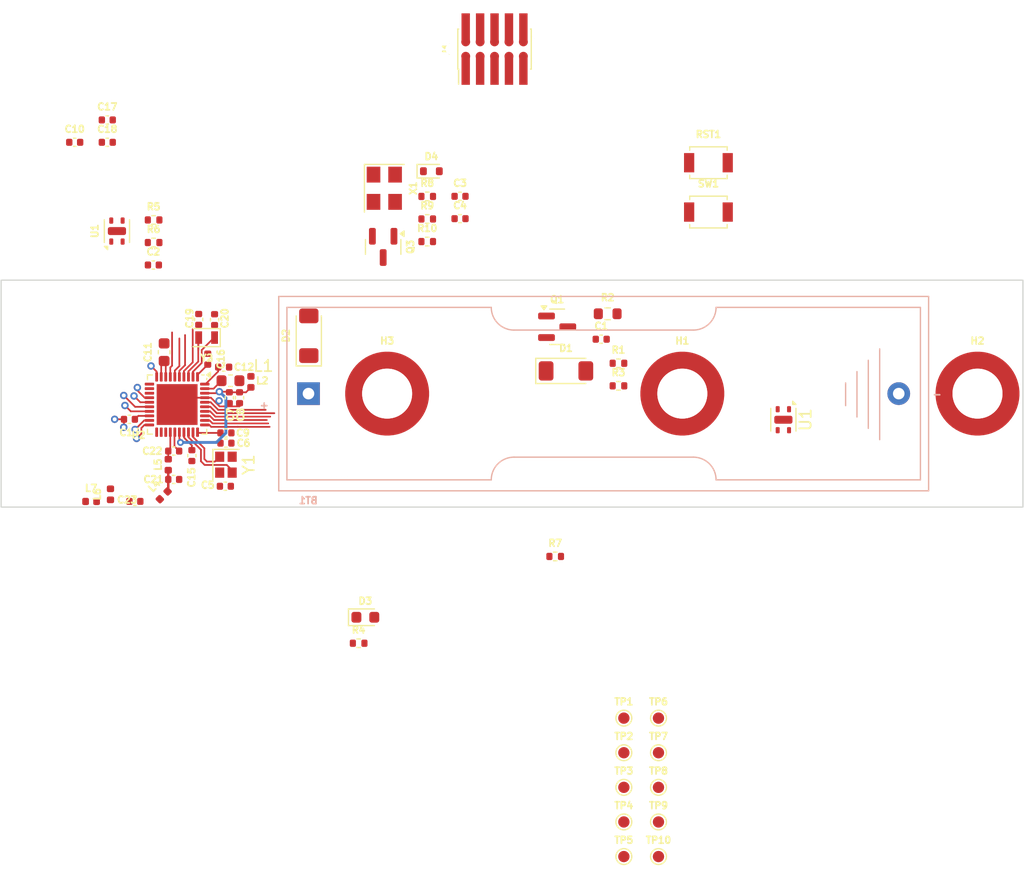
<source format=kicad_pcb>
(kicad_pcb (version 20240108) (generator "pcbnew") (generator_version "8.0")
  (title_block (title "Soilsense") (date "2024-08-08") (rev "v2.0.0"))
  (layers (0 "F.Cu" signal) (1 "In1.Cu" signal) (2 "In2.Cu" signal) (31 "B.Cu" signal) (34 "B.Paste" user) (35 "F.Paste" user) (36 "B.SilkS" user "B.Silkscreen") (37 "F.SilkS" user "F.Silkscreen") (38 "B.Mask" user) (39 "F.Mask" user) (44 "Edge.Cuts" user))
  (net 0 "")
  (net 1 "GND")
  (net 2 "+3V6")
  (net 3 "SENS_OUT")
  (net 4 "Net-(Q3-S)")
  (net 5 "SENS_OUT_HF")
  (net 6 "Net-(U2-XC1)")
  (net 7 "Net-(U2-XC2)")
  (net 8 "DEC_6")
  (net 9 "Net-(U2-DEC3)")
  (net 10 "Net-(U2-DEC1)")
  (net 11 "Net-(U2-NFC1{slash}P0.09)")
  (net 12 "Net-(U2-NFC2{slash}P0.10)")
  (net 13 "Net-(U2-XL2{slash}P0.01)")
  (net 14 "Net-(U2-XL1{slash}P0.00)")
  (net 15 "Net-(C21-Pad1)")
  (net 16 "Net-(U2-ANT)")
  (net 17 "Net-(C23-Pad1)")
  (net 18 "Net-(C23-Pad2)")
  (net 19 "CPARA")
  (net 20 "Net-(D3-A)")
  (net 21 "Net-(D4-A)")
  (net 22 "SWDIO")
  (net 23 "~{RESET}")
  (net 24 "SWO")
  (net 25 "SWDCLK")
  (net 26 "Net-(L1-Pad1)")
  (net 27 "Net-(U2-DCC)")
  (net 28 "Net-(AE1-A)")
  (net 29 "Net-(Q1-B)")
  (net 30 "HF_OSC")
  (net 31 "PWM")
  (net 32 "LED")
  (net 33 "SDA")
  (net 34 "SCL")
  (net 35 "PHOTO_OUT")
  (net 36 "Net-(X1-OUT)")
  (net 37 "1.09")
  (net 38 "RST")
  (net 39 "UART_RX")
  (net 40 "UART_TX")
  (net 44 "BTN1")
  (net 45 "PHOTO_V")
  (footprint "TestPoint:TestPoint_Pad_D1.0mm" (layer "F.Cu") (at 116.85 85.7)
    (property "Reference" "TP3")
    (property "Value" "IO")
    (property "VALUE" "" (hide yes))
  )
  (footprint "Inductor_SMD:L_0402_1005Metric" (layer "F.Cu") (at 76.32 59.9625 45)
    (property "Reference" "L4")
    (property "Value" "2.2nH")
    (property "VALUE" "" (hide yes))
  )
  (footprint "Diode_SMD:D_MiniMELF" (layer "F.Cu") (at 89.1 45.9 90)
    (property "Reference" "D2")
    (property "Value" "LL4148")
    (property "VALUE" "" (hide yes))
  )
  (footprint "Capacitor_SMD:C_0603_1608Metric" (layer "F.Cu") (at 76.355823 47.349829 90)
    (property "Reference" "C11")
    (property "Value" "4.7uF")
    (property "VALUE" "" (hide yes))
  )
  (footprint "Crystal:Crystal_SMD_2012-2Pin_2.0x1.2mm" (layer "F.Cu") (at 80.1 46.0625 180)
    (property "Reference" "Y2")
    (property "Value" "32.768kHz")
    (property "VALUE" "" (hide yes))
  )
  (footprint "Inductor_SMD:L_0402_1005Metric" (layer "F.Cu") (at 71.630465 59.874862 90)
    (property "Reference" "L6")
    (property "Value" "1.6nH")
    (property "VALUE" "" (hide yes))
  )
  (footprint "Package_TO_SOT_SMD:SOT-23" (layer "F.Cu") (at 95.65 38.07 -90)
    (property "Reference" "Q3")
    (property "Value" "IRLML6401")
    (property "VALUE" "" (hide yes))
  )
  (footprint "Resistor_SMD:R_0603_1608Metric" (layer "F.Cu") (at 115.425 43.965)
    (property "Reference" "R2")
    (property "Value" "10k")
    (property "VALUE" "" (hide yes))
  )
  (footprint "Capacitor_SMD:C_0402_1005Metric" (layer "F.Cu") (at 81.6 48.6625 180)
    (property "Reference" "C12")
    (property "Value" "1uF")
    (property "VALUE" "" (hide yes))
  )
  (footprint "Sensor_Humidity:Sensirion_DFN-4-1EP_2x2mm_P1mm_EP0.7x1.6mm" (layer "F.Cu") (at 130.9 53.3 -90)
    (property "Reference" "U1")
    (property "Value" "SHTC3")
    (property "VALUE" "" (hide yes))
  )
  (footprint "Capacitor_SMD:C_0402_1005Metric" (layer "F.Cu") (at 114.855 46.205)
    (property "Reference" "C1")
    (property "Value" "1n")
    (property "VALUE" "" (hide yes))
  )
  (footprint "Mounting_Wuerth:Mounting_Wuerth_WA-SMSI-M3_H2.5mm_9774025360" (layer "F.Cu") (at 148 51)
    (property "Reference" "H2")
    (property "Value" "9774025360R")
    (property "VALUE" "" (hide yes))
  )
  (footprint "Capacitor_SMD:C_0402_1005Metric" (layer "F.Cu") (at 82.1 51.3625 90)
    (property "Reference" "C7")
    (property "Value" "47nF")
    (property "VALUE" "" (hide yes))
  )
  (footprint "Capacitor_SMD:C_0402_1005Metric" (layer "F.Cu") (at 102.42 33.61)
    (property "Reference" "C3")
    (property "Value" "100n")
    (property "VALUE" "" (hide yes))
  )
  (footprint "Resistor_SMD:R_0402_1005Metric" (layer "F.Cu") (at 75.43 35.695)
    (property "Reference" "R5")
    (property "Value" "10k")
    (property "VALUE" "" (hide yes))
  )
  (footprint "Resistor_SMD:R_0402_1005Metric" (layer "F.Cu") (at 116.375 50.315)
    (property "Reference" "R3")
    (property "Value" "1M")
    (property "VALUE" "" (hide yes))
  )
  (footprint "TestPoint:TestPoint_Pad_D1.0mm" (layer "F.Cu") (at 116.85 88.75)
    (property "Reference" "TP4")
    (property "Value" "CLK")
    (property "VALUE" "" (hide yes))
  )
  (footprint "Capacitor_SMD:C_0402_1005Metric" (layer "F.Cu") (at 81.8 55.3625 180)
    (property "Reference" "C6")
    (property "Value" "12pF")
    (property "VALUE" "" (hide yes))
  )
  (footprint "Diode_SMD:D_SOD-523" (layer "F.Cu") (at 99.895 31.4)
    (property "Reference" "D4")
    (property "Value" "CDSU101A")
    (property "VALUE" "" (hide yes))
  )
  (footprint "Inductor_SMD:L_0402_1005Metric" (layer "F.Cu") (at 84 49.9625 90)
    (property "Reference" "L2")
    (property "Value" "15nH")
    (property "VALUE" "" (hide yes))
  )
  (footprint "Capacitor_SMD:C_0402_1005Metric" (layer "F.Cu") (at 73.780016 60.5)
    (property "Reference" "C23")
    (property "Value" "1.2pF")
    (property "VALUE" "" (hide yes))
  )
  (footprint "esprelay:SEXY_pinpogo" (layer "F.Cu") (at 105.46 20.635 90)
    (property "Reference" "J1")
    (property "Value" "JLINK")
  )
  (footprint "TestPoint:TestPoint_Pad_D1.0mm" (layer "F.Cu") (at 119.9 88.75)
    (property "Reference" "TP9")
    (property "Value" "RX")
    (property "VALUE" "" (hide yes))
  )
  (footprint "Package_TO_SOT_SMD:SOT-23" (layer "F.Cu") (at 110.975 45.11)
    (property "Reference" "Q1")
    (property "Value" "MMBT3906")
    (property "VALUE" "" (hide yes))
  )
  (footprint "Capacitor_SMD:C_0402_1005Metric" (layer "F.Cu") (at 78.8 56.4625 90)
    (property "Reference" "C15")
    (property "Value" "100pF")
    (property "VALUE" "" (hide yes))
  )
  (footprint "Capacitor_SMD:C_0402_1005Metric" (layer "F.Cu") (at 79.4 44.4625 -90)
    (property "Reference" "C19")
    (property "Value" "12pF")
    (property "VALUE" "" (hide yes))
  )
  (footprint "Resistor_SMD:R_0402_1005Metric" (layer "F.Cu") (at 93.49 73)
    (property "Reference" "R4")
    (property "Value" "1k")
    (property "VALUE" "" (hide yes))
  )
  (footprint "Oscillator:Oscillator_SMD_SeikoEpson_SG8002CE-4Pin_3.2x2.5mm" (layer "F.Cu") (at 95.75 32.9 -90)
    (property "Reference" "X1")
    (property "Value" "KC3225K75.0000C1GE00")
    (property "VALUE" "" (hide yes))
  )
  (footprint "Capacitor_SMD:C_0402_1005Metric" (layer "F.Cu") (at 81.8 54.4625)
    (property "Reference" "C9")
    (property "Value" "100n")
    (property "VALUE" "" (hide yes))
  )
  (footprint "Sensor_Humidity:Sensirion_DFN-4-1EP_2x2mm_P1mm_EP0.7x1.6mm" (layer "F.Cu") (at 72.2 36.675 90)
    (property "Reference" "U1")
    (property "Value" "SHTC3")
    (property "VALUE" "" (hide yes))
  )
  (footprint "Mounting_Wuerth:Mounting_Wuerth_WA-SMSI-M3_H2.5mm_9774025360" (layer "F.Cu") (at 122 51)
    (property "Reference" "H1")
    (property "Value" "9774025360R")
    (property "VALUE" "" (hide yes))
  )
  (footprint "Inductor_SMD:L_0402_1005Metric" (layer "F.Cu") (at 76.72 57.2625 90)
    (property "Reference" "L5")
    (property "Value" "4.7nH")
    (property "VALUE" "" (hide yes))
  )
  (footprint "Inductor_SMD:L_0402_1005Metric" (layer "F.Cu") (at 69.923359 60.505327)
    (property "Reference" "L7")
    (property "Value" "3.6nH")
    (property "VALUE" "" (hide yes))
  )
  (footprint "Capacitor_SMD:C_0402_1005Metric" (layer "F.Cu") (at 71.35 26.88)
    (property "Reference" "C17")
    (property "Value" "NC")
    (property "VALUE" "" (hide yes))
  )
  (footprint "Capacitor_SMD:C_0402_1005Metric" (layer "F.Cu") (at 71.35 28.85)
    (property "Reference" "C18")
    (property "Value" "NC")
    (property "VALUE" "" (hide yes))
  )
  (footprint "Package_DFN_QFN:QFN-40-1EP_5x5mm_P0.4mm_EP3.6x3.6mm" (layer "F.Cu") (at 77.5 51.9625 -90)
    (property "Reference" "U2")
    (property "Value" "nRF52833_QDxx")
    (property "VALUE" "" (hide yes))
  )
  (footprint "Capacitor_SMD:C_0402_1005Metric" (layer "F.Cu") (at 83 51.3625 90)
    (property "Reference" "C8")
    (property "Value" "1uF")
    (property "VALUE" "" (hide yes))
  )
  (footprint "Button_Switch_SMD:SW_SPST_B3U-1000P-B" (layer "F.Cu") (at 124.3 30.65)
    (property "Reference" "RST1")
    (property "Value" "B3U-1000P")
    (property "VALUE" "" (hide yes))
  )
  (footprint "TestPoint:TestPoint_Pad_D1.0mm" (layer "F.Cu") (at 116.85 82.65)
    (property "Reference" "TP2")
    (property "Value" "VCC")
    (property "VALUE" "" (hide yes))
  )
  (footprint "Button_Switch_SMD:SW_SPST_B3U-1000P-B" (layer "F.Cu") (at 124.3 35)
    (property "Reference" "SW1")
    (property "Value" "B3U-1000P")
    (property "VALUE" "" (hide yes))
  )
  (footprint "Resistor_SMD:R_0402_1005Metric" (layer "F.Cu") (at 116.375 48.325)
    (property "Reference" "R1")
    (property "Value" "10k")
    (property "VALUE" "" (hide yes))
  )
  (footprint "TestPoint:TestPoint_Pad_D1.0mm" (layer "F.Cu") (at 116.85 79.6)
    (property "Reference" "TP1")
    (property "Value" "1.09")
    (property "VALUE" "" (hide yes))
  )
  (footprint "Capacitor_SMD:C_0402_1005Metric" (layer "F.Cu") (at 73.3 53.2625 180)
    (property "Reference" "C13")
    (property "Value" "100n")
    (property "VALUE" "" (hide yes))
  )
  (footprint "TestPoint:TestPoint_Pad_D1.0mm" (layer "F.Cu") (at 119.9 91.8)
    (property "Reference" "TP10")
    (property "Value" "TX")
    (property "VALUE" "" (hide yes))
  )
  (footprint "Capacitor_SMD:C_0402_1005Metric" (layer "F.Cu") (at 102.42 35.58)
    (property "Reference" "C4")
    (property "Value" "1n")
    (property "VALUE" "" (hide yes))
  )
  (footprint "Capacitor_SMD:C_0402_1005Metric" (layer "F.Cu") (at 77.2 56.0625)
    (property "Reference" "C22")
    (property "Value" "1.0pF")
    (property "VALUE" "" (hide yes))
  )
  (footprint "Resistor_SMD:R_0402_1005Metric" (layer "F.Cu") (at 75.43 37.685)
    (property "Reference" "R6")
    (property "Value" "10k")
    (property "VALUE" "" (hide yes))
  )
  (footprint "Resistor_SMD:R_0402_1005Metric" (layer "F.Cu") (at 110.8025 65.35)
    (property "Reference" "R7")
    (property "Value" "470")
    (property "VALUE" "" (hide yes))
  )
  (footprint "Crystal:Crystal_SMD_2016-4Pin_2.0x1.6mm" (layer "F.Cu") (at 81.8 57.2625 -90)
    (property "Reference" "Y1")
    (property "Value" "32MHz")
  )
  (footprint "Diode_SMD:D_MiniMELF" (layer "F.Cu") (at 111.75 49)
    (property "Reference" "D1")
    (property "Value" "LL4148")
    (property "VALUE" "" (hide yes))
  )
  (footprint "Capacitor_SMD:C_0402_1005Metric" (layer "F.Cu") (at 68.48 28.85)
    (property "Reference" "C10")
    (property "Value" "100n")
    (property "VALUE" "" (hide yes))
  )
  (footprint "Resistor_SMD:R_0402_1005Metric" (layer "F.Cu") (at 99.53 35.61)
    (property "Reference" "R9")
    (property "Value" "10k")
    (property "VALUE" "" (hide yes))
  )
  (footprint "Capacitor_SMD:C_0402_1005Metric" (layer "F.Cu") (at 80.8 44.4825 -90)
    (property "Reference" "C20")
    (property "Value" "12pF")
    (property "VALUE" "" (hide yes))
  )
  (footprint "TestPoint:TestPoint_Pad_D1.0mm" (layer "F.Cu") (at 119.9 82.65)
    (property "Reference" "TP7")
    (property "Value" "CPARA")
    (property "VALUE" "" (hide yes))
  )
  (footprint "TestPoint:TestPoint_Pad_D1.0mm" (layer "F.Cu") (at 119.9 85.7)
    (property "Reference" "TP8")
    (property "Value" "PWM")
    (property "VALUE" "" (hide yes))
  )
  (footprint "Capacitor_SMD:C_0402_1005Metric" (layer "F.Cu") (at 75.41 39.665)
    (property "Reference" "C2")
    (property "Value" "100n")
    (property "VALUE" "" (hide yes))
  )
  (footprint "Capacitor_SMD:C_0402_1005Metric" (layer "F.Cu") (at 77.2 58.5625)
    (property "Reference" "C21")
    (property "Value" "1.2pF")
    (property "VALUE" "" (hide yes))
  )
  (footprint "Resistor_SMD:R_0402_1005Metric" (layer "F.Cu") (at 99.53 37.6)
    (property "Reference" "R10")
    (property "Value" "1M")
    (property "VALUE" "" (hide yes))
  )
  (footprint "Capacitor_SMD:C_0402_1005Metric" (layer "F.Cu") (at 81.75 59.1625)
    (property "Reference" "C5")
    (property "Value" "12pF")
    (property "VALUE" "" (hide yes))
  )
  (footprint "TestPoint:TestPoint_Pad_D1.0mm" (layer "F.Cu") (at 116.85 91.8)
    (property "Reference" "TP5")
    (property "Value" "GND")
    (property "VALUE" "" (hide yes))
  )
  (footprint "Resistor_SMD:R_0402_1005Metric" (layer "F.Cu") (at 99.53 33.62)
    (property "Reference" "R8")
    (property "Value" "10k")
    (property "VALUE" "" (hide yes))
  )
  (footprint "Capacitor_SMD:C_0402_1005Metric" (layer "F.Cu") (at 80.2 47.9625 -90)
    (property "Reference" "C16")
    (property "Value" "100n")
    (property "VALUE" "" (hide yes))
  )
  (footprint "Inductor_SMD:L_0603_1608Metric" (layer "F.Cu") (at 82.2 49.8625 180)
    (property "Reference" "L1")
    (property "Value" "10uH")
    (property "VALUE" "" (hide yes))
  )
  (footprint "TestPoint:TestPoint_Pad_D1.0mm" (layer "F.Cu") (at 119.9 79.6)
    (property "Reference" "TP6")
    (property "Value" "RST")
    (property "VALUE" "" (hide yes))
  )
  (footprint "LED_SMD:LED_0603_1608Metric" (layer "F.Cu") (at 94.08 70.71)
    (property "Reference" "D3")
    (property "Value" "LED")
    (property "VALUE" "" (hide yes))
  )
  (footprint "Mounting_Wuerth:Mounting_Wuerth_WA-SMSI-M3_H2.5mm_9774025360" (layer "F.Cu") (at 96 51)
    (property "Reference" "H3")
    (property "Value" "9774025360R")
    (property "VALUE" "" (hide yes))
  )
  (footprint "Battery:BatteryHolder_Keystone_2460_1xAA" (layer "B.Cu") (at 89.0725 51)
    (property "Reference" "BT1")
    (property "Value" "Keystone 2460")
    (property "VALUE" "" (hide yes))
  )
  (gr_rect (start 62 41) (end 152 61) (stroke (width 0.1)) (fill none) (layer "Edge.Cuts"))
  (segment (start 79.9375 51.3625) (end 80.481068 51.3625) (width 0.15) (layer "F.Cu") (net 1))
  (segment (start 80.481068 51.3625) (end 80.840534 51.721966) (width 0.15) (layer "F.Cu") (net 1))
  (segment (start 77.269249 54.430751) (end 77.269249 55.651749) (width 0.15) (layer "F.Cu") (net 1))
  (segment (start 78.1 51.3625) (end 77.5 51.9625) (width 0.15) (layer "F.Cu") (net 1))
  (segment (start 80.940534 51.821966) (end 81.246068 52.1275) (width 0.15) (layer "F.Cu") (net 1))
  (segment (start 72.82 53.9425) (end 72.8 53.9625) (width 0.15) (layer "F.Cu") (net 1))
  (segment (start 77.3 54.4) (end 77.269249 54.430751) (width 0.15) (layer "F.Cu") (net 1))
  (segment (start 82.1 52.1275) (end 83 52.1275) (width 0.15) (layer "F.Cu") (net 1))
  (segment (start 75.7 49.0625) (end 75.2 48.5625) (width 0.15) (layer "F.Cu") (net 1))
  (segment (start 79.9375 51.3625) (end 78.1 51.3625) (width 0.15) (layer "F.Cu") (net 1))
  (segment (start 80.840534 51.721966) (end 80.940534 51.821966) (width 0.15) (layer "F.Cu") (net 1))
  (segment (start 83 51.9425) (end 83 52.1275) (width 0.15) (layer "F.Cu") (net 1))
  (segment (start 72 53.2625) (end 72.82 53.2625) (width 0.15) (layer "F.Cu") (net 1))
  (segment (start 75.7 49.525) (end 75.7 49.0625) (width 0.15) (layer "F.Cu") (net 1))
  (segment (start 72.82 53.2625) (end 72.82 53.9425) (width 0.15) (layer "F.Cu") (net 1))
  (segment (start 77.269249 55.651749) (end 77.68 56.0625) (width 0.15) (layer "F.Cu") (net 1))
  (segment (start 81.246068 52.1275) (end 81.6 52.1275) (width 0.15) (layer "F.Cu") (net 1))
  (segment (start 81.6 52.1275) (end 82.1 52.1275) (width 0.15) (layer "F.Cu") (net 1))
  (segment (start 80.840534 51.721966) (end 81.104267 51.721966) (width 0.15) (layer "F.Cu") (net 1))
  (segment (start 81.104267 51.721966) (end 81.194462 51.631771) (width 0.15) (layer "F.Cu") (net 1))
  (segment (start 82.1 51.9425) (end 82.1 52.1275) (width 0.15) (layer "F.Cu") (net 1))
  (via (at 72.8 53.9625) (size 0.65) (drill 0.35) (layers "F.Cu" "B.Cu") (net 1))
  (via (at 81.194462 51.631771) (size 0.65) (drill 0.35) (layers "F.Cu" "B.Cu") (net 1))
  (via (at 72 53.2625) (size 0.65) (drill 0.35) (layers "F.Cu" "B.Cu") (net 1))
  (via (at 75.2 48.5625) (size 0.65) (drill 0.35) (layers "F.Cu" "B.Cu") (net 1))
  (segment (start 74.08 52.9625) (end 73.78 53.2625) (width 0.15) (layer "F.Cu") (net 2))
  (segment (start 76.1 48.380652) (end 76.355823 48.124829) (width 0.15) (layer "F.Cu") (net 2))
  (segment (start 76.5 49.525) (end 76.5 48.269006) (width 0.15) (layer "F.Cu") (net 2))
  (segment (start 75.0625 52.9625) (end 74.08 52.9625) (width 0.15) (layer "F.Cu") (net 2))
  (segment (start 81.32 54.4625) (end 79.3625 54.4625) (width 0.15) (layer "F.Cu") (net 2))
  (segment (start 81.12 48.6625) (end 81.12 49.046382) (width 0.15) (layer "F.Cu") (net 2))
  (segment (start 81.12 49.046382) (end 80.003882 50.1625) (width 0.15) (layer "F.Cu") (net 2))
  (segment (start 76.5 48.269006) (end 76.355823 48.124829) (width 0.15) (layer "F.Cu") (net 2))
  (segment (start 76.1 49.525) (end 76.1 48.380652) (width 0.15) (layer "F.Cu") (net 2))
  (segment (start 80.003882 50.1625) (end 79.9375 50.1625) (width 0.15) (layer "F.Cu") (net 2))
  (segment (start 79.3625 54.4625) (end 79.3 54.4) (width 0.15) (layer "F.Cu") (net 2))
  (segment (start 80.500484 53.9275) (end 82.835 53.9275) (width 0.15) (layer "F.Cu") (net 3))
  (segment (start 80.335484 53.7625) (end 80.500484 53.9275) (width 0.15) (layer "F.Cu") (net 3))
  (segment (start 82.835 53.9275) (end 85.648528 53.9275) (width 0.15) (layer "F.Cu") (net 3))
  (segment (start 79.9375 53.7625) (end 80.335484 53.7625) (width 0.15) (layer "F.Cu") (net 3))
  (segment (start 79.9375 51.7625) (end 80.456804 51.7625) (width 0.15) (layer "F.Cu") (net 5))
  (segment (start 81.121804 52.4275) (end 85.3 52.4275) (width 0.15) (layer "F.Cu") (net 5))
  (segment (start 80.456804 51.7625) (end 81.121804 52.4275) (width 0.15) (layer "F.Cu") (net 5))
  (segment (start 79.6 56.9625) (end 79.925 57.2875) (width 0.15) (layer "F.Cu") (net 6))
  (segment (start 78.5 54.4) (end 78.5 54.845084) (width 0.15) (layer "F.Cu") (net 6))
  (segment (start 79.925 57.2875) (end 81.875 57.2875) (width 0.15) (layer "F.Cu") (net 6))
  (segment (start 82.35 57.7625) (end 82.35 57.9625) (width 0.15) (layer "F.Cu") (net 6))
  (segment (start 78.5 54.845084) (end 79.508708 55.853792) (width 0.15) (layer "F.Cu") (net 6))
  (segment (start 79.508708 55.853792) (end 79.6 55.945084) (width 0.15) (layer "F.Cu") (net 6))
  (segment (start 79.6 55.945084) (end 79.6 56.9625) (width 0.15) (layer "F.Cu") (net 6))
  (segment (start 81.875 57.2875) (end 82.35 57.7625) (width 0.15) (layer "F.Cu") (net 6))
  (segment (start 78.9 54.82082) (end 78.9 54.4) (width 0.15) (layer "F.Cu") (net 7))
  (segment (start 79.9 56.7625) (end 79.9 55.82082) (width 0.15) (layer "F.Cu") (net 7))
  (segment (start 81.25 56.5625) (end 80.825 56.9875) (width 0.15) (layer "F.Cu") (net 7))
  (segment (start 79.52084 55.44166) (end 78.9 54.82082) (width 0.15) (layer "F.Cu") (net 7))
  (segment (start 79.9 55.82082) (end 79.52084 55.44166) (width 0.15) (layer "F.Cu") (net 7))
  (segment (start 80.825 56.9875) (end 80.125 56.9875) (width 0.15) (layer "F.Cu") (net 7))
  (segment (start 80.125 56.9875) (end 79.9 56.7625) (width 0.15) (layer "F.Cu") (net 7))
  (segment (start 77.7 54.972432) (end 77.7 54.4) (width 0.15) (layer "F.Cu") (net 8))
  (segment (start 81.090318 50.9625) (end 81.220622 50.832196) (width 0.15) (layer "F.Cu") (net 8))
  (segment (start 77.794249 55.302501) (end 77.794249 55.066681) (width 0.15) (layer "F.Cu") (net 8))
  (segment (start 83 50.8825) (end 83.565 50.8825) (width 0.15) (layer "F.Cu") (net 8))
  (segment (start 77.794249 55.066681) (end 77.7 54.972432) (width 0.15) (layer "F.Cu") (net 8))
  (segment (start 81.220622 50.832196) (end 82.049696 50.832196) (width 0.15) (layer "F.Cu") (net 8))
  (segment (start 82.1 50.8825) (end 83 50.8825) (width 0.15) (layer "F.Cu") (net 8))
  (segment (start 79.9375 50.9625) (end 81.090318 50.9625) (width 0.15) (layer "F.Cu") (net 8))
  (segment (start 82.049696 50.832196) (end 82.1 50.8825) (width 0.15) (layer "F.Cu") (net 8))
  (segment (start 83.565 50.8825) (end 84 50.4475) (width 0.15) (layer "F.Cu") (net 8))
  (via (at 81.220622 50.832196) (size 0.65) (drill 0.35) (layers "F.Cu" "B.Cu") (net 8))
  (via (at 77.794249 55.302501) (size 0.6) (drill 0.3) (layers "F.Cu" "B.Cu") (net 8))
  (segment (start 77.794249 55.302501) (end 80.959999 55.302501) (width 0.25) (layer "B.Cu") (net 8))
  (segment (start 80.959999 55.302501) (end 81.794462 54.468038) (width 0.25) (layer "B.Cu") (net 8))
  (segment (start 81.243416 50.832196) (end 81.220622 50.832196) (width 0.25) (layer "B.Cu") (net 8))
  (segment (start 81.794462 54.468038) (end 81.794462 51.383242) (width 0.25) (layer "B.Cu") (net 8))
  (segment (start 81.794462 51.383242) (end 81.243416 50.832196) (width 0.25) (layer "B.Cu") (net 8))
  (segment (start 78.1 54.82082) (end 78.1465 54.906896) (width 0.15) (layer "F.Cu") (net 9))
  (segment (start 78.1465 54.906896) (end 78.203504 54.973143) (width 0.15) (layer "F.Cu") (net 9))
  (segment (start 78.203504 54.973143) (end 78.8 55.569348) (width 0.15) (layer "F.Cu") (net 9))
  (segment (start 78.8 55.569348) (end 78.8 55.9825) (width 0.15) (layer "F.Cu") (net 9))
  (segment (start 78.1 54.4) (end 78.1 54.82082) (width 0.15) (layer "F.Cu") (net 9))
  (segment (start 79.3 49.3425) (end 80.2 48.4425) (width 0.15) (layer "F.Cu") (net 10))
  (segment (start 79.3 49.525) (end 79.3 49.3425) (width 0.15) (layer "F.Cu") (net 10))
  (segment (start 78.5 49.038236) (end 78.5 49.525) (width 0.15) (layer "F.Cu") (net 13))
  (segment (start 79.365 46.2275) (end 79.365 46.6625) (width 0.15) (layer "F.Cu") (net 13))
  (segment (start 79.365 47.1625) (end 79.365 48.173236) (width 0.15) (layer "F.Cu") (net 13))
  (segment (start 79.365 47.1625) (end 79.365 46.0975) (width 0.15) (layer "F.Cu") (net 13))
  (segment (start 79.2 46.0625) (end 79.365 46.2275) (width 0.15) (layer "F.Cu") (net 13))
  (segment (start 79.365 48.173236) (end 78.5 49.038236) (width 0.15) (layer "F.Cu") (net 13))
  (segment (start 79.365 46.6625) (end 79.365 46.0975) (width 0.15) (layer "F.Cu") (net 13))
  (segment (start 79.365 46.0975) (end 79.4 46.0625) (width 0.15) (layer "F.Cu") (net 13))
  (segment (start 79.365 46.6625) (end 79.365 47.1625) (width 0.15) (layer "F.Cu") (net 13))
  (segment (start 78.9 49.525) (end 78.9 49.0625) (width 0.15) (layer "F.Cu") (net 14))
  (segment (start 80.765 46.0625) (end 80.8 46.0625) (width 0.15) (layer "F.Cu") (net 14))
  (segment (start 79.665 48.2975) (end 79.665 47.1625) (width 0.15) (layer "F.Cu") (net 14))
  (segment (start 78.9 49.0625) (end 79.665 48.2975) (width 0.15) (layer "F.Cu") (net 14))
  (segment (start 79.665 47.1625) (end 80.765 46.0625) (width 0.15) (layer "F.Cu") (net 14))
  (segment (start 76.72 59.5625) (end 76.662947 59.619553) (width 0.217545) (layer "F.Cu") (net 15))
  (segment (start 76.72 58.5625) (end 76.72 59.5625) (width 0.217545) (layer "F.Cu") (net 15))
  (segment (start 76.72 57.7475) (end 76.72 58.5625) (width 0.217545) (layer "F.Cu") (net 15))
  (segment (start 76.72 56.7775) (end 76.72 56.0625) (width 0.15) (layer "F.Cu") (net 16))
  (segment (start 76.9 54.4) (end 76.9 55.8825) (width 0.15) (layer "F.Cu") (net 16))
  (segment (start 76.9 55.8825) (end 76.72 56.0625) (width 0.15) (layer "F.Cu") (net 16))
  (segment (start 74.6 53.3625) (end 73.8 54.1625) (width 0.15) (layer "F.Cu") (net 22))
  (segment (start 75.0625 53.3625) (end 74.6 53.3625) (width 0.15) (layer "F.Cu") (net 22))
  (via (at 73.8 54.1625) (size 0.65) (drill 0.35) (layers "F.Cu" "B.Cu") (net 22))
  (segment (start 74.624264 53.7625) (end 74.35 54.036764) (width 0.15) (layer "F.Cu") (net 25))
  (segment (start 75.0625 53.7625) (end 74.624264 53.7625) (width 0.15) (layer "F.Cu") (net 25))
  (segment (start 74.35 54.533137) (end 73.93152 54.951617) (width 0.15) (layer "F.Cu") (net 25))
  (segment (start 74.35 54.036764) (end 74.35 54.533137) (width 0.15) (layer "F.Cu") (net 25))
  (via (at 73.93152 54.951617) (size 0.65) (drill 0.35) (layers "F.Cu" "B.Cu") (net 25))
  (segment (start 79.9375 50.5625) (end 80.7125 50.5625) (width 0.15) (layer "F.Cu") (net 27))
  (segment (start 80.7125 50.5625) (end 81.4125 49.8625) (width 0.15) (layer "F.Cu") (net 27))
  (segment (start 78.875 46.8375) (end 78.875 45.2875) (width 0.15) (layer "F.Cu") (net 30))
  (segment (start 78.1 49.525) (end 78.1 49.013972) (width 0.15) (layer "F.Cu") (net 30))
  (segment (start 78.876802 46.839302) (end 78.875 46.8375) (width 0.15) (layer "F.Cu") (net 30))
  (segment (start 78.1 49.013972) (end 78.876802 48.23717) (width 0.15) (layer "F.Cu") (net 30))
  (segment (start 78.876802 48.23717) (end 78.876802 46.839302) (width 0.15) (layer "F.Cu") (net 30))
  (segment (start 78.2 48.489708) (end 78.2 45.8375) (width 0.15) (layer "F.Cu") (net 31))
  (segment (start 77.7 48.989708) (end 78.2 48.489708) (width 0.15) (layer "F.Cu") (net 31))
  (segment (start 77.7 49.525) (end 77.7 48.989708) (width 0.15) (layer "F.Cu") (net 31))
  (segment (start 79.9375 52.9625) (end 80.384012 52.9625) (width 0.15) (layer "F.Cu") (net 32))
  (segment (start 80.384012 52.9625) (end 80.749012 53.3275) (width 0.15) (layer "F.Cu") (net 32))
  (segment (start 80.749012 53.3275) (end 82.510736 53.3275) (width 0.15) (layer "F.Cu") (net 32))
  (segment (start 82.510736 53.3275) (end 85.4 53.3275) (width 0.15) (layer "F.Cu") (net 32))
  (segment (start 75.0625 51.7625) (end 74.260103 51.7625) (width 0.15) (layer "F.Cu") (net 33))
  (segment (start 74.260103 51.7625) (end 73.702886 51.205283) (width 0.15) (layer "F.Cu") (net 33))
  (via (at 73.702886 51.205283) (size 0.65) (drill 0.35) (layers "F.Cu" "B.Cu") (net 33))
  (segment (start 75.0625 52.5625) (end 73.422182 52.5625) (width 0.15) (layer "F.Cu") (net 34))
  (segment (start 73.422182 52.5625) (end 72.905591 52.045909) (width 0.15) (layer "F.Cu") (net 34))
  (via (at 72.905591 52.045909) (size 0.65) (drill 0.35) (layers "F.Cu" "B.Cu") (net 34))
  (segment (start 80.359748 53.3625) (end 80.624748 53.6275) (width 0.15) (layer "F.Cu") (net 35))
  (segment (start 80.624748 53.6275) (end 85.524264 53.6275) (width 0.15) (layer "F.Cu") (net 35))
  (segment (start 79.9375 53.3625) (end 80.359748 53.3625) (width 0.15) (layer "F.Cu") (net 35))
  (segment (start 77.7 48.565444) (end 77.7 46.1375) (width 0.15) (layer "F.Cu") (net 37))
  (segment (start 77.3 48.965444) (end 77.7 48.565444) (width 0.15) (layer "F.Cu") (net 37))
  (segment (start 77.3 49.525) (end 77.3 48.965444) (width 0.15) (layer "F.Cu") (net 37))
  (segment (start 73.8 52.1625) (end 72.8 51.1625) (width 0.15) (layer "F.Cu") (net 38))
  (segment (start 75.0625 52.1625) (end 73.8 52.1625) (width 0.15) (layer "F.Cu") (net 38))
  (via (at 72.8 51.1625) (size 0.65) (drill 0.35) (layers "F.Cu" "B.Cu") (net 38))
  (segment (start 76.9 49.525) (end 76.9 48.698282) (width 0.15) (layer "F.Cu") (net 39))
  (segment (start 76.9 48.698282) (end 77.055823 48.542459) (width 0.15) (layer "F.Cu") (net 39))
  (segment (start 77.055823 48.542459) (end 77.055823 45.606677) (width 0.15) (layer "F.Cu") (net 39))
  (segment (start 74.64168 51.3625) (end 74 50.72082) (width 0.15) (layer "F.Cu") (net 40))
  (segment (start 75.0625 51.3625) (end 74.64168 51.3625) (width 0.15) (layer "F.Cu") (net 40))
  (segment (start 74 50.72082) (end 74 50.4625) (width 0.15) (layer "F.Cu") (net 40))
  (via (at 74 50.4625) (size 0.65) (drill 0.35) (layers "F.Cu" "B.Cu") (net 40))
  (segment (start 82.024264 52.7275) (end 86.065 52.7275) (width 0.15) (layer "F.Cu") (net 44))
  (segment (start 79.9375 52.1625) (end 80.43254 52.1625) (width 0.15) (layer "F.Cu") (net 44))
  (segment (start 80.43254 52.1625) (end 80.96627 52.69623) (width 0.15) (layer "F.Cu") (net 44))
  (segment (start 80.96627 52.69623) (end 80.99754 52.7275) (width 0.15) (layer "F.Cu") (net 44))
  (segment (start 80.99754 52.7275) (end 82.024264 52.7275) (width 0.15) (layer "F.Cu") (net 44))
  (segment (start 80.873276 53.0275) (end 82.3 53.0275) (width 0.15) (layer "F.Cu") (net 45))
  (segment (start 79.9375 52.5625) (end 80.408276 52.5625) (width 0.15) (layer "F.Cu") (net 45))
  (segment (start 82.3 53.0275) (end 85.7 53.0275) (width 0.15) (layer "F.Cu") (net 45))
  (segment (start 80.408276 52.5625) (end 80.873276 53.0275) (width 0.15) (layer "F.Cu") (net 45))
)
</source>
